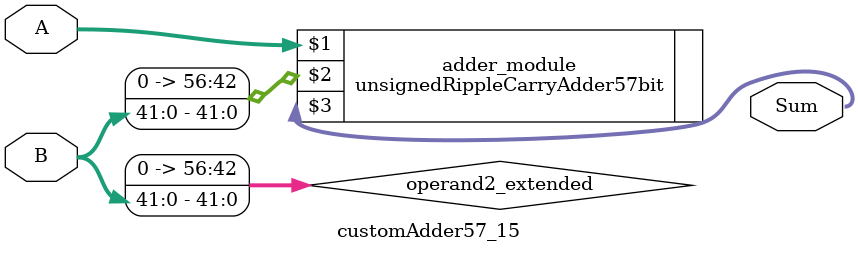
<source format=v>
module customAdder57_15(
                        input [56 : 0] A,
                        input [41 : 0] B,
                        
                        output [57 : 0] Sum
                );

        wire [56 : 0] operand2_extended;
        
        assign operand2_extended =  {15'b0, B};
        
        unsignedRippleCarryAdder57bit adder_module(
            A,
            operand2_extended,
            Sum
        );
        
        endmodule
        
</source>
